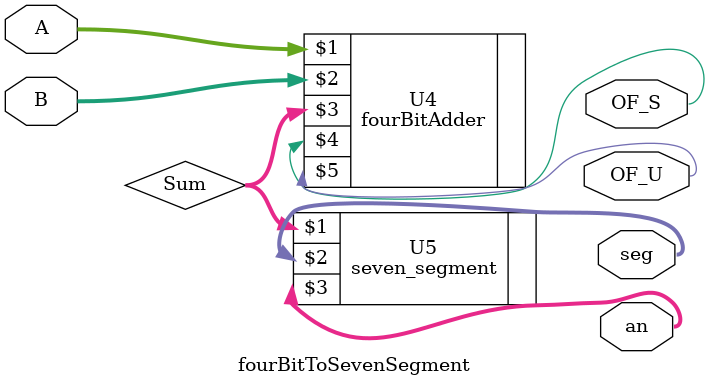
<source format=v>
`timescale 1ns / 1ps


module fourBitToSevenSegment(
    input [3:0] A, 
    input [3:0] B,
    output [6:0] seg, 
    output [3:0] an,
    output OF_S, 
    output OF_U
    );
    wire [3:0] Sum;
    fourBitAdder U4(A, B, Sum, OF_S, OF_U);
    seven_segment U5(Sum, seg, an);
endmodule

</source>
